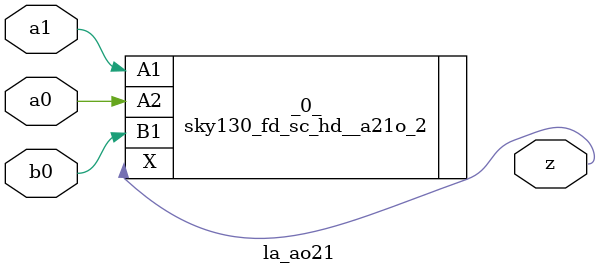
<source format=v>

module la_ao21(a0, a1, b0, z);
  input a0;
  input a1;
  input b0;
  output z;
  sky130_fd_sc_hd__a21o_2 _0_ (
    .A1(a1),
    .A2(a0),
    .B1(b0),
    .X(z)
  );
endmodule

</source>
